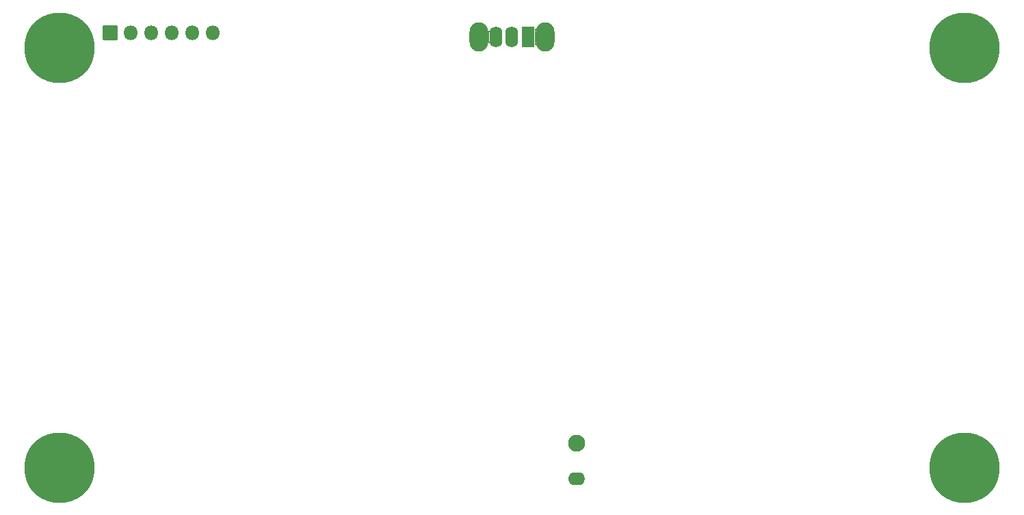
<source format=gbs>
G04 #@! TF.GenerationSoftware,KiCad,Pcbnew,(6.0.0)*
G04 #@! TF.CreationDate,2022-01-01T11:54:16+05:30*
G04 #@! TF.ProjectId,ESP32_BoardV1,45535033-325f-4426-9f61-726456312e6b,rev?*
G04 #@! TF.SameCoordinates,Original*
G04 #@! TF.FileFunction,Soldermask,Bot*
G04 #@! TF.FilePolarity,Negative*
%FSLAX46Y46*%
G04 Gerber Fmt 4.6, Leading zero omitted, Abs format (unit mm)*
G04 Created by KiCad (PCBNEW (6.0.0)) date 2022-01-01 11:54:16*
%MOMM*%
%LPD*%
G01*
G04 APERTURE LIST*
G04 Aperture macros list*
%AMRoundRect*
0 Rectangle with rounded corners*
0 $1 Rounding radius*
0 $2 $3 $4 $5 $6 $7 $8 $9 X,Y pos of 4 corners*
0 Add a 4 corners polygon primitive as box body*
4,1,4,$2,$3,$4,$5,$6,$7,$8,$9,$2,$3,0*
0 Add four circle primitives for the rounded corners*
1,1,$1+$1,$2,$3*
1,1,$1+$1,$4,$5*
1,1,$1+$1,$6,$7*
1,1,$1+$1,$8,$9*
0 Add four rect primitives between the rounded corners*
20,1,$1+$1,$2,$3,$4,$5,0*
20,1,$1+$1,$4,$5,$6,$7,0*
20,1,$1+$1,$6,$7,$8,$9,0*
20,1,$1+$1,$8,$9,$2,$3,0*%
G04 Aperture macros list end*
%ADD10C,1.002000*%
%ADD11C,8.702000*%
%ADD12RoundRect,0.051000X0.850000X-0.850000X0.850000X0.850000X-0.850000X0.850000X-0.850000X-0.850000X0*%
%ADD13O,1.802000X1.802000*%
%ADD14O,2.302000X3.602000*%
%ADD15RoundRect,0.051000X0.750000X1.250000X-0.750000X1.250000X-0.750000X-1.250000X0.750000X-1.250000X0*%
%ADD16O,1.602000X2.602000*%
%ADD17C,2.102000*%
%ADD18O,2.102000X1.602000*%
G04 APERTURE END LIST*
D10*
X91280419Y-96719581D03*
X89000000Y-102225000D03*
X85775000Y-99000000D03*
X89000000Y-95775000D03*
X92225000Y-99000000D03*
X91280419Y-101280419D03*
X86719581Y-96719581D03*
D11*
X89000000Y-99000000D03*
D10*
X86719581Y-101280419D03*
X89000000Y-154225000D03*
X91280419Y-153280419D03*
D11*
X89000000Y-151000000D03*
D10*
X86719581Y-153280419D03*
X89000000Y-147775000D03*
X86719581Y-148719581D03*
X91280419Y-148719581D03*
X85775000Y-151000000D03*
X92225000Y-151000000D03*
X203280419Y-101280419D03*
X204225000Y-99000000D03*
X197775000Y-99000000D03*
X203280419Y-96719581D03*
X198719581Y-101280419D03*
D11*
X201000000Y-99000000D03*
D10*
X201000000Y-95775000D03*
X198719581Y-96719581D03*
X201000000Y-102225000D03*
D12*
X95250000Y-97200000D03*
D13*
X97790000Y-97200000D03*
X100330000Y-97200000D03*
X102870000Y-97200000D03*
X105410000Y-97200000D03*
X107950000Y-97200000D03*
D14*
X140900000Y-97702500D03*
X149100000Y-97702500D03*
D15*
X147000000Y-97702500D03*
D16*
X145000000Y-97702500D03*
X143000000Y-97702500D03*
D10*
X204225000Y-151000000D03*
X201000000Y-154225000D03*
X197775000Y-151000000D03*
X203280419Y-153280419D03*
X203280419Y-148719581D03*
X198719581Y-148719581D03*
D11*
X201000000Y-151000000D03*
D10*
X201000000Y-147775000D03*
X198719581Y-153280419D03*
D17*
X153000000Y-148000000D03*
D18*
X153000000Y-152400000D03*
G36*
X147802919Y-96564885D02*
G01*
X147822595Y-96631897D01*
X147874938Y-96677252D01*
X147943491Y-96687109D01*
X148006538Y-96658316D01*
X148030832Y-96624250D01*
X148032651Y-96623420D01*
X148034280Y-96624581D01*
X148034370Y-96626004D01*
X147976116Y-96813612D01*
X147951393Y-97022498D01*
X147951000Y-97052526D01*
X147951000Y-98352404D01*
X147970249Y-98561888D01*
X148027324Y-98764261D01*
X148037794Y-98785492D01*
X148037663Y-98787488D01*
X148035869Y-98788373D01*
X148034511Y-98787712D01*
X147990719Y-98738844D01*
X147923950Y-98720441D01*
X147857833Y-98741058D01*
X147813303Y-98794213D01*
X147802958Y-98843748D01*
X147801625Y-98845239D01*
X147799667Y-98844830D01*
X147799000Y-98843339D01*
X147799000Y-96565448D01*
X147800000Y-96563716D01*
X147802000Y-96563716D01*
X147802919Y-96564885D01*
G37*
G36*
X142034187Y-96848010D02*
G01*
X142036420Y-96856173D01*
X142072933Y-96915376D01*
X142135388Y-96945311D01*
X142204113Y-96936729D01*
X142257491Y-96892184D01*
X142261675Y-96885461D01*
X142273926Y-96864242D01*
X142275658Y-96863242D01*
X142277390Y-96864242D01*
X142277537Y-96865926D01*
X142223415Y-97014623D01*
X142201077Y-97191447D01*
X142201000Y-97202514D01*
X142201000Y-98202384D01*
X142220868Y-98379515D01*
X142274762Y-98534276D01*
X142274387Y-98536241D01*
X142272498Y-98536899D01*
X142271141Y-98535934D01*
X142261578Y-98519371D01*
X142260716Y-98519868D01*
X142258716Y-98519868D01*
X142258065Y-98519265D01*
X142229979Y-98478195D01*
X142166184Y-98451239D01*
X142097938Y-98463053D01*
X142046826Y-98509969D01*
X142033438Y-98544140D01*
X142031875Y-98545387D01*
X142030013Y-98544658D01*
X142029590Y-98543175D01*
X142048607Y-98382502D01*
X142049000Y-98352474D01*
X142049000Y-97052596D01*
X142030266Y-96848721D01*
X142031104Y-96846905D01*
X142033095Y-96846722D01*
X142034187Y-96848010D01*
G37*
M02*

</source>
